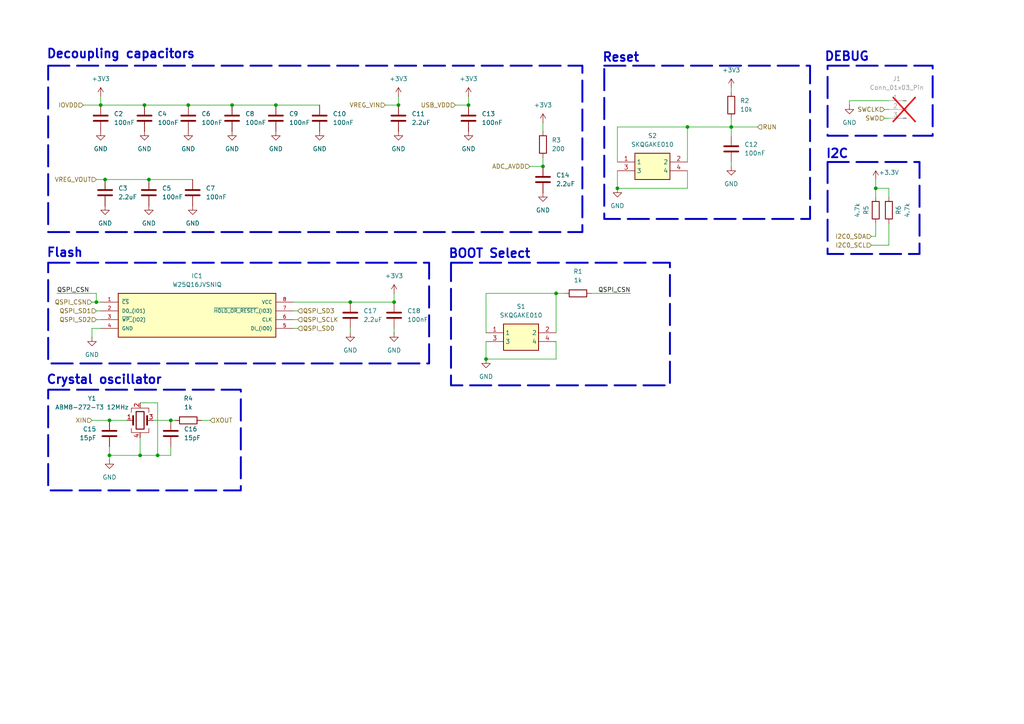
<source format=kicad_sch>
(kicad_sch (version 20231120) (generator "eeschema") (generator_version "8.0")
  (paper "A4")
  (title_block (title "RP2040_External_Peripherals") (date "2025-09-05") (rev "V0.1") (company "Drag0th"))
  (lib_symbols
    (symbol "Connector:Conn_01x03_Pin" (pin_names (offset 1.016) hide)
      (property "Reference" "J" (at 0 5.08 0))
      (property "Value" "Conn_01x03_Pin" (at 0 -5.08 0))
      (symbol "Conn_01x03_Pin_1_1"
        (polyline (pts (xy 1.27 -2.54) (xy 0.8636 -2.54)) (stroke (width 0.1524)))
        (polyline (pts (xy 1.27 0) (xy 0.8636 0)) (stroke (width 0.1524)))
        (polyline (pts (xy 1.27 2.54) (xy 0.8636 2.54)) (stroke (width 0.1524)))
        (rectangle (start 0.8636 -2.413) (end 0 -2.667) (stroke (width 0.1524)) (fill (type outline)))
        (rectangle (start 0.8636 0.127) (end 0 -0.127) (stroke (width 0.1524)) (fill (type outline)))
        (rectangle (start 0.8636 2.667) (end 0 2.413) (stroke (width 0.1524)) (fill (type outline)))
        (pin passive line (at 5.08 2.54 180) (length 3.81) (name "Pin_1") (number "1"))
        (pin passive line (at 5.08 0 180) (length 3.81) (name "Pin_2") (number "2"))
        (pin passive line (at 5.08 -2.54 180) (length 3.81) (name "Pin_3") (number "3"))
      )
    )
    (symbol "Device:C" (pin_numbers hide) (pin_names (offset 0.254))
      (property "Reference" "C" (at 0.635 2.54 0))
      (property "Value" "C" (at 0.635 -2.54 0))
      (symbol "C_0_1"
        (polyline (pts (xy -2.032 -0.762) (xy 2.032 -0.762)) (stroke (width 0.508)))
        (polyline (pts (xy -2.032 0.762) (xy 2.032 0.762)) (stroke (width 0.508)))
      )
      (symbol "C_1_1"
        (pin passive line (at 0 3.81 270) (length 2.794) (name "~") (number "1"))
        (pin passive line (at 0 -3.81 90) (length 2.794) (name "~") (number "2"))
      )
    )
    (symbol "Device:Crystal_GND24" (pin_names (offset 1.016) hide)
      (property "Reference" "Y" (at 3.175 5.08 0))
      (property "Value" "Crystal_GND24" (at 3.175 3.175 0))
      (symbol "Crystal_GND24_0_1"
        (rectangle (start -1.143 2.54) (end 1.143 -2.54) (stroke (width 0.3048)))
        (polyline (pts (xy -2.54 0) (xy -2.032 0)))
        (polyline (pts (xy -2.032 -1.27) (xy -2.032 1.27)) (stroke (width 0.508)))
        (polyline (pts (xy 0 -3.81) (xy 0 -3.556)))
        (polyline (pts (xy 0 3.556) (xy 0 3.81)))
        (polyline (pts (xy 2.032 -1.27) (xy 2.032 1.27)) (stroke (width 0.508)))
        (polyline (pts (xy 2.032 0) (xy 2.54 0)))
        (polyline (pts (xy -2.54 -2.286) (xy -2.54 -3.556) (xy 2.54 -3.556) (xy 2.54 -2.286)))
        (polyline (pts (xy -2.54 2.286) (xy -2.54 3.556) (xy 2.54 3.556) (xy 2.54 2.286)))
      )
      (symbol "Crystal_GND24_1_1"
        (pin passive line (at -3.81 0 0) (length 1.27) (name "1") (number "1"))
        (pin passive line (at 0 5.08 270) (length 1.27) (name "2") (number "2"))
        (pin passive line (at 3.81 0 180) (length 1.27) (name "3") (number "3"))
        (pin passive line (at 0 -5.08 90) (length 1.27) (name "4") (number "4"))
      )
    )
    (symbol "Device:R" (pin_numbers hide) (pin_names (offset 0))
      (property "Reference" "R" (at 2.032 0 90))
      (property "Value" "R" (at 0 0 90))
      (symbol "R_0_1"
        (rectangle (start -1.016 -2.54) (end 1.016 2.54) (stroke (width 0.254)))
      )
      (symbol "R_1_1"
        (pin passive line (at 0 3.81 270) (length 1.27) (name "~") (number "1"))
        (pin passive line (at 0 -3.81 90) (length 1.27) (name "~") (number "2"))
      )
    )
    (symbol "KSZ_KiCad_Symbol_Library:SKQGAKE010"
      (property "Reference" "S" (at 16.51 7.62 0))
      (property "Value" "SKQGAKE010" (at 16.51 5.08 0))
      (symbol "SKQGAKE010_1_1"
        (rectangle (start 5.08 2.54) (end 15.24 -5.08) (stroke (width 0.254)) (fill (type background)))
        (pin passive line (at 0 0 0) (length 5.08) (name "1") (number "1"))
        (pin passive line (at 20.32 0 180) (length 5.08) (name "2") (number "2"))
        (pin passive line (at 0 -2.54 0) (length 5.08) (name "3") (number "3"))
        (pin passive line (at 20.32 -2.54 180) (length 5.08) (name "4") (number "4"))
      )
    )
    (symbol "KSZ_KiCad_Symbol_Library:W25Q16JVSNIQ" (pin_names (offset 1.016))
      (property "Reference" "IC" (at 52.07 7.62 0))
      (property "Value" "W25Q16JVSNIQ" (at 52.07 5.08 0))
      (symbol "W25Q16JVSNIQ_0_0"
        (rectangle (start 5.08 -10.16) (end 50.8 2.54) (stroke (width 0.254)) (fill (type background)))
        (pin bidirectional line (at 0 0 0) (length 5.08) (name "~{CS}") (number "1"))
        (pin bidirectional line (at 0 -2.54 0) (length 5.08) (name "DO_(IO1)") (number "2"))
        (pin bidirectional line (at 0 -5.08 0) (length 5.08) (name "~{WP_}(IO2)") (number "3"))
        (pin bidirectional line (at 0 -7.62 0) (length 5.08) (name "GND") (number "4"))
        (pin bidirectional line (at 55.88 -7.62 180) (length 5.08) (name "DI_(IO0)") (number "5"))
        (pin bidirectional line (at 55.88 -5.08 180) (length 5.08) (name "CLK") (number "6"))
        (pin bidirectional line (at 55.88 -2.54 180) (length 5.08) (name "~{HOLD_OR_}~{RESET_}(IO3)") (number "7"))
        (pin bidirectional line (at 55.88 0 180) (length 5.08) (name "VCC") (number "8"))
      )
    )
    (symbol "power:+3.3V" (power) (pin_numbers hide) (pin_names (offset 0) hide)
      (property "Value" "+3.3V" (at 0 3.556 0))
      (symbol "+3.3V_0_1"
        (polyline (pts (xy -0.762 1.27) (xy 0 2.54)))
        (polyline (pts (xy 0 0) (xy 0 2.54)))
        (polyline (pts (xy 0 2.54) (xy 0.762 1.27)))
      )
      (symbol "+3.3V_1_1"
        (pin power_in line (at 0 0 90) (length 0) (name "~") (number "1"))
      )
    )
    (symbol "power:+3V3" (power) (pin_numbers hide) (pin_names (offset 0) hide)
      (property "Value" "+3V3" (at 0 3.556 0))
      (symbol "+3V3_0_1"
        (polyline (pts (xy -0.762 1.27) (xy 0 2.54)))
        (polyline (pts (xy 0 0) (xy 0 2.54)))
        (polyline (pts (xy 0 2.54) (xy 0.762 1.27)))
      )
      (symbol "+3V3_1_1"
        (pin power_in line (at 0 0 90) (length 0) (name "~") (number "1"))
      )
    )
    (symbol "power:GND" (power) (pin_numbers hide) (pin_names (offset 0) hide)
      (property "Value" "GND" (at 0 -3.81 0))
      (symbol "GND_0_1"
        (polyline (pts (xy 0 0) (xy 0 -1.27) (xy 1.27 -1.27) (xy 0 -2.54) (xy -1.27 -1.27) (xy 0 -1.27)))
      )
      (symbol "GND_1_1"
        (pin power_in line (at 0 0 270) (length 0) (name "~") (number "1"))
      )
    )
  )
  (junction (at 45.72 132.08))
  (junction (at 212.09 36.83))
  (junction (at 114.3 87.63))
  (junction (at 67.31 30.48))
  (junction (at 27.94 87.63))
  (junction (at 30.48 52.07))
  (junction (at 40.64 132.08))
  (junction (at 254 54.61))
  (junction (at 49.53 121.92))
  (junction (at 199.39 36.83))
  (junction (at 161.29 85.09))
  (junction (at 140.97 104.14))
  (junction (at 43.18 52.07))
  (junction (at 31.75 132.08))
  (junction (at 115.57 30.48))
  (junction (at 157.48 48.26))
  (junction (at 31.75 121.92))
  (junction (at 135.89 30.48))
  (junction (at 80.01 30.48))
  (junction (at 54.61 30.48))
  (junction (at 29.21 30.48))
  (junction (at 179.07 54.61))
  (junction (at 101.6 87.63))
  (junction (at 41.91 30.48))
  (wire (pts (xy 31.75 132.08) (xy 31.75 129.54)))
  (wire (pts (xy 153.67 48.26) (xy 157.48 48.26)))
  (wire (pts (xy 140.97 96.52) (xy 140.97 85.09)))
  (wire (pts (xy 212.09 36.83) (xy 212.09 39.37)))
  (wire (pts (xy 135.89 27.94) (xy 135.89 30.48)))
  (wire (pts (xy 140.97 99.06) (xy 140.97 104.14)))
  (wire (pts (xy 254 54.61) (xy 254 57.15)))
  (wire (pts (xy 111.76 30.48) (xy 115.57 30.48)))
  (wire (pts (xy 80.01 30.48) (xy 92.71 30.48)))
  (wire (pts (xy 161.29 104.14) (xy 161.29 99.06)))
  (wire (pts (xy 29.21 95.25) (xy 26.67 95.25)))
  (wire (pts (xy 157.48 45.72) (xy 157.48 48.26)))
  (wire (pts (xy 16.51 85.09) (xy 27.94 85.09)))
  (wire (pts (xy 140.97 104.14) (xy 161.29 104.14)))
  (wire (pts (xy 30.48 52.07) (xy 43.18 52.07)))
  (wire (pts (xy 27.94 52.07) (xy 30.48 52.07)))
  (wire (pts (xy 101.6 95.25) (xy 101.6 96.52)))
  (wire (pts (xy 171.45 85.09) (xy 182.88 85.09)))
  (wire (pts (xy 199.39 54.61) (xy 199.39 49.53)))
  (wire (pts (xy 54.61 30.48) (xy 67.31 30.48)))
  (wire (pts (xy 254 52.07) (xy 254 54.61)))
  (wire (pts (xy 161.29 85.09) (xy 163.83 85.09)))
  (wire (pts (xy 257.81 54.61) (xy 254 54.61)))
  (wire (pts (xy 132.08 30.48) (xy 135.89 30.48)))
  (wire (pts (xy 101.6 87.63) (xy 114.3 87.63)))
  (wire (pts (xy 85.09 92.71) (xy 86.36 92.71)))
  (wire (pts (xy 140.97 85.09) (xy 161.29 85.09)))
  (wire (pts (xy 212.09 34.29) (xy 212.09 36.83)))
  (wire (pts (xy 85.09 87.63) (xy 101.6 87.63)))
  (wire (pts (xy 31.75 133.35) (xy 31.75 132.08)))
  (wire (pts (xy 256.54 34.29) (xy 257.81 34.29)))
  (wire (pts (xy 40.64 116.84) (xy 45.72 116.84)))
  (wire (pts (xy 40.64 132.08) (xy 40.64 127)))
  (wire (pts (xy 26.67 87.63) (xy 27.94 87.63)))
  (wire (pts (xy 199.39 36.83) (xy 199.39 46.99)))
  (wire (pts (xy 212.09 36.83) (xy 219.71 36.83)))
  (wire (pts (xy 31.75 132.08) (xy 40.64 132.08)))
  (wire (pts (xy 199.39 36.83) (xy 212.09 36.83)))
  (wire (pts (xy 114.3 85.09) (xy 114.3 87.63)))
  (wire (pts (xy 31.75 121.92) (xy 36.83 121.92)))
  (wire (pts (xy 254 68.58) (xy 254 64.77)))
  (wire (pts (xy 252.73 68.58) (xy 254 68.58)))
  (wire (pts (xy 67.31 30.48) (xy 80.01 30.48)))
  (wire (pts (xy 24.13 30.48) (xy 29.21 30.48)))
  (wire (pts (xy 27.94 87.63) (xy 29.21 87.63)))
  (wire (pts (xy 85.09 95.25) (xy 86.36 95.25)))
  (wire (pts (xy 41.91 30.48) (xy 54.61 30.48)))
  (wire (pts (xy 58.42 121.92) (xy 60.96 121.92)))
  (wire (pts (xy 27.94 90.17) (xy 29.21 90.17)))
  (wire (pts (xy 44.45 121.92) (xy 49.53 121.92)))
  (wire (pts (xy 179.07 46.99) (xy 179.07 36.83)))
  (wire (pts (xy 115.57 27.94) (xy 115.57 30.48)))
  (wire (pts (xy 212.09 46.99) (xy 212.09 48.26)))
  (wire (pts (xy 40.64 132.08) (xy 45.72 132.08)))
  (wire (pts (xy 179.07 49.53) (xy 179.07 54.61)))
  (wire (pts (xy 49.53 132.08) (xy 49.53 129.54)))
  (wire (pts (xy 49.53 121.92) (xy 50.8 121.92)))
  (wire (pts (xy 179.07 54.61) (xy 199.39 54.61)))
  (wire (pts (xy 27.94 92.71) (xy 29.21 92.71)))
  (wire (pts (xy 45.72 116.84) (xy 45.72 132.08)))
  (wire (pts (xy 179.07 36.83) (xy 199.39 36.83)))
  (wire (pts (xy 27.94 87.63) (xy 27.94 85.09)))
  (wire (pts (xy 157.48 35.56) (xy 157.48 38.1)))
  (wire (pts (xy 29.21 27.94) (xy 29.21 30.48)))
  (wire (pts (xy 85.09 90.17) (xy 86.36 90.17)))
  (wire (pts (xy 212.09 25.4) (xy 212.09 26.67)))
  (wire (pts (xy 257.81 64.77) (xy 257.81 71.12)))
  (wire (pts (xy 114.3 95.25) (xy 114.3 96.52)))
  (wire (pts (xy 246.38 29.21) (xy 246.38 30.48)))
  (wire (pts (xy 252.73 71.12) (xy 257.81 71.12)))
  (wire (pts (xy 26.67 95.25) (xy 26.67 97.79)))
  (wire (pts (xy 257.81 57.15) (xy 257.81 54.61)))
  (wire (pts (xy 45.72 132.08) (xy 49.53 132.08)))
  (wire (pts (xy 246.38 29.21) (xy 257.81 29.21)))
  (wire (pts (xy 29.21 30.48) (xy 41.91 30.48)))
  (wire (pts (xy 26.67 121.92) (xy 31.75 121.92)))
  (wire (pts (xy 43.18 52.07) (xy 55.88 52.07)))
  (wire (pts (xy 256.54 31.75) (xy 257.81 31.75)))
  (wire (pts (xy 161.29 85.09) (xy 161.29 96.52)))
  (rectangle (start 13.97 76.2) (end 124.46 105.41) (stroke (width 0.5588) (type dash)))
  (rectangle (start 240.03 19.05) (end 270.51 39.37) (stroke (width 0.5588) (type dash)))
  (rectangle (start 13.97 113.03) (end 69.85 142.24) (stroke (width 0.5588) (type dash)))
  (rectangle (start 175.26 19.05) (end 234.95 63.5) (stroke (width 0.5588) (type dash)))
  (rectangle (start 240.03 46.99) (end 266.7 73.66) (stroke (width 0.5588) (type dash)))
  (rectangle (start 13.97 19.05) (end 168.91 67.31) (stroke (width 0.5588) (type dash)))
  (rectangle (start 130.81 76.2) (end 194.31 111.76) (stroke (width 0.5588) (type dash)))
  (text "Crystal oscillator\n" (at 30.226 110.236 0) (effects (font (size 2.54 2.54) (thickness 0.508) (bold yes))))
  (text "DEBUG" (at 245.618 16.51 0) (effects (font (size 2.54 2.54) (thickness 0.508) (bold yes))))
  (text "Decoupling capacitors" (at 35.052 15.748 0) (effects (font (size 2.54 2.54) (thickness 0.508) (bold yes))))
  (text "BOOT Select" (at 141.986 73.66 0) (effects (font (size 2.54 2.54) (thickness 0.508) (bold yes))))
  (text "I2C" (at 242.824 44.704 0) (effects (font (size 2.54 2.54) (thickness 0.508) (bold yes))))
  (text "Reset" (at 180.086 16.764 0) (effects (font (size 2.54 2.54) (thickness 0.508) (bold yes))))
  (text "Flash" (at 18.796 73.406 0) (effects (font (size 2.54 2.54) (thickness 0.508) (bold yes))))
  (label "QSPI_CSN" (at 16.51 85.09 0))
  (label "QSPI_CSN" (at 182.88 85.09 180))
  (hierarchical_label "XOUT" (shape input) (at 60.96 121.92 0))
  (hierarchical_label "QSPI_SD0" (shape input) (at 86.36 95.25 0))
  (hierarchical_label "QSPI_SD3" (shape input) (at 86.36 90.17 0))
  (hierarchical_label "VREG_VIN" (shape input) (at 111.76 30.48 180))
  (hierarchical_label "QSPI_SCLK" (shape input) (at 86.36 92.71 0))
  (hierarchical_label "SWCLK" (shape input) (at 256.54 31.75 180))
  (hierarchical_label "QSPI_CSN" (shape input) (at 26.67 87.63 180))
  (hierarchical_label "I2C0_SCL" (shape input) (at 252.73 71.12 180))
  (hierarchical_label "USB_VDD" (shape input) (at 132.08 30.48 180))
  (hierarchical_label "SWD" (shape input) (at 256.54 34.29 180))
  (hierarchical_label "XIN" (shape input) (at 26.67 121.92 180))
  (hierarchical_label "RUN" (shape input) (at 219.71 36.83 0))
  (hierarchical_label "ADC_AVDD" (shape input) (at 153.67 48.26 180))
  (hierarchical_label "VREG_VOUT" (shape input) (at 27.94 52.07 180))
  (hierarchical_label "QSPI_SD2" (shape input) (at 27.94 92.71 180))
  (hierarchical_label "IOVDD" (shape input) (at 24.13 30.48 180))
  (hierarchical_label "QSPI_SD1" (shape input) (at 27.94 90.17 180))
  (hierarchical_label "I2C0_SDA" (shape input) (at 252.73 68.58 180))
  (symbol (lib_id "Device:C") (at 80.01 34.29 0) (unit 1)
    (property "Reference" "C9" (at 83.82 33.0199 0) (effects (justify left)))
    (property "Value" "100nF" (at 83.82 35.5599 0) (effects (justify left)))
    (property "Footprint" "Capacitor_SMD:C_0603_1608Metric_Pad1.08x0.95mm_HandSolder" (effects (hide yes)))
    (property "Description" "Unpolarized capacitor" (effects (hide yes)))
  )
  (symbol (lib_id "Device:C") (at 49.53 125.73 0) (unit 1)
    (property "Reference" "C16" (at 53.34 124.4599 0) (effects (justify left)))
    (property "Value" "15pF" (at 53.34 126.9999 0) (effects (justify left)))
    (property "Footprint" "Capacitor_SMD:C_0603_1608Metric_Pad1.08x0.95mm_HandSolder" (effects (hide yes)))
    (property "Description" "Unpolarized capacitor" (effects (hide yes)))
  )
  (symbol (lib_id "KSZ_KiCad_Symbol_Library:W25Q16JVSNIQ") (at 29.21 87.63 0) (unit 1)
    (property "Reference" "IC1" (at 57.15 80.01 0))
    (property "Value" "W25Q16JVSNIQ" (at 57.15 82.55 0))
    (property "Footprint" "KSZ_KiCad_Footprint_Library:SOIC127P600X175-8N" (effects (hide yes)))
    (property "Description" "NOR Flash spiFlash, 3V, 16M-bit, 4Kb Uniform Sector" (effects (hide yes)))
    (property "MANUFACTURER_NAME" "Winbond" (effects (hide yes)))
    (property "MF" "Winbond Electronics" (effects (hide yes)))
    (property "MOUSER_PRICE-STOCK" "https://www.mouser.co.uk/ProductDetail/Winbond/W25Q16JVSNIQ?qs=qSfuJ%252Bfl%2Fd5tzEnNt99V4A%3D%3D" (effects (hide yes)))
    (property "MOUSER_PART_NUMBER" "454-W25Q16JVSNIQ" (effects (hide yes)))
    (property "Price" "None" (effects (hide yes)))
    (property "Package" "SOIC-8 Winbond" (effects (hide yes)))
    (property "Check_prices" "https://www.snapeda.com/parts/W25Q16JVSNIQ/Winbond/view-part/?ref=eda" (effects (hide yes)))
    (property "HEIGHT" "1.75mm" (effects (hide yes)))
    (property "SnapEDA_Link" "https://www.snapeda.com/parts/W25Q16JVSNIQ/Winbond/view-part/?ref=snap" (effects (hide yes)))
    (property "MP" "W25Q16JVSNIQ" (effects (hide yes)))
    (property "Description_1" "\n                        \n                            FLASH - NOR Memory IC 16Mb (2M x 8) SPI - Quad I/O 133 MHz 8-SOIC\n                        \n" (effects (hide yes)))
    (property "Availability" "In Stock" (effects (hide yes)))
    (property "MANUFACTURER_PART_NUMBER" "W25Q16JVSNIQ" (effects (hide yes)))
  )
  (symbol (lib_id "Device:R") (at 167.64 85.09 270) (unit 1)
    (property "Reference" "R1" (at 167.64 78.74 90))
    (property "Value" "1k" (at 167.64 81.28 90))
    (property "Footprint" "Resistor_SMD:R_0603_1608Metric_Pad0.98x0.95mm_HandSolder" (effects (hide yes)))
    (property "Description" "Resistor" (effects (hide yes)))
  )
  (symbol (lib_id "power:GND") (at 41.91 38.1 0) (unit 1)
    (property "Reference" "#PWR04" (effects (hide yes)))
    (property "Value" "GND" (at 41.91 43.18 0))
    (property "Description" "Power symbol creates a global label with name \"GND\" , ground" (effects (hide yes)))
  )
  (symbol (lib_id "power:GND") (at 246.38 30.48 0) (unit 1)
    (property "Reference" "#PWR041" (effects (hide yes)))
    (property "Value" "GND" (at 246.38 35.56 0))
    (property "Description" "Power symbol creates a global label with name \"GND\" , ground" (effects (hide yes)))
  )
  (symbol (lib_id "power:+3V3") (at 114.3 85.09 0) (unit 1)
    (property "Reference" "#PWR032" (effects (hide yes)))
    (property "Value" "+3V3" (at 114.3 80.01 0))
    (property "Description" "Power symbol creates a global label with name \"+3V3\"" (effects (hide yes)))
  )
  (symbol (lib_id "Device:C") (at 55.88 55.88 0) (unit 1)
    (property "Reference" "C7" (at 59.69 54.6099 0) (effects (justify left)))
    (property "Value" "100nF" (at 59.69 57.1499 0) (effects (justify left)))
    (property "Footprint" "Capacitor_SMD:C_0603_1608Metric_Pad1.08x0.95mm_HandSolder" (effects (hide yes)))
    (property "Description" "Unpolarized capacitor" (effects (hide yes)))
  )
  (symbol (lib_id "Device:C") (at 115.57 34.29 0) (unit 1)
    (property "Reference" "C11" (at 119.38 33.0199 0) (effects (justify left)))
    (property "Value" "2.2uF" (at 119.38 35.5599 0) (effects (justify left)))
    (property "Footprint" "Capacitor_SMD:C_0603_1608Metric_Pad1.08x0.95mm_HandSolder" (effects (hide yes)))
    (property "Description" "Unpolarized capacitor" (effects (hide yes)))
  )
  (symbol (lib_id "Connector:Conn_01x03_Pin") (at 262.89 31.75 0) (mirror y) (unit 1) (dnp yes)
    (property "Reference" "J1" (at 260.096 22.86 0))
    (property "Value" "Conn_01x03_Pin" (at 260.096 25.4 0))
    (property "Footprint" "Connector_PinHeader_2.54mm:PinHeader_1x03_P2.54mm_Vertical" (effects (hide yes)))
    (property "Description" "Generic connector, single row, 01x03, script generated" (effects (hide yes)))
  )
  (symbol (lib_id "power:GND") (at 212.09 48.26 0) (unit 1)
    (property "Reference" "#PWR038" (effects (hide yes)))
    (property "Value" "GND" (at 212.09 53.34 0))
    (property "Description" "Power symbol creates a global label with name \"GND\" , ground" (effects (hide yes)))
  )
  (symbol (lib_id "power:GND") (at 140.97 104.14 0) (unit 1)
    (property "Reference" "#PWR035" (effects (hide yes)))
    (property "Value" "GND" (at 140.97 109.22 0))
    (property "Description" "Power symbol creates a global label with name \"GND\" , ground" (effects (hide yes)))
  )
  (symbol (lib_id "Device:C") (at 114.3 91.44 0) (unit 1)
    (property "Reference" "C18" (at 118.11 90.1699 0) (effects (justify left)))
    (property "Value" "100nF" (at 118.11 92.7099 0) (effects (justify left)))
    (property "Footprint" "Capacitor_SMD:C_0603_1608Metric_Pad1.08x0.95mm_HandSolder" (effects (hide yes)))
    (property "Description" "Unpolarized capacitor" (effects (hide yes)))
  )
  (symbol (lib_id "Device:Crystal_GND24") (at 40.64 121.92 0) (unit 1)
    (property "Reference" "Y1" (at 26.67 115.57 0))
    (property "Value" "ABM8-272-T3 12MHz" (at 26.67 118.11 0))
    (property "Footprint" "Crystal:Crystal_SMD_3225-4Pin_3.2x2.5mm_HandSoldering" (effects (hide yes)))
    (property "Description" "Four pin crystal, GND on pins 2 and 4" (effects (hide yes)))
  )
  (symbol (lib_id "power:GND") (at 115.57 38.1 0) (unit 1)
    (property "Reference" "#PWR013" (effects (hide yes)))
    (property "Value" "GND" (at 115.57 43.18 0))
    (property "Description" "Power symbol creates a global label with name \"GND\" , ground" (effects (hide yes)))
  )
  (symbol (lib_id "power:GND") (at 43.18 59.69 0) (unit 1)
    (property "Reference" "#PWR05" (effects (hide yes)))
    (property "Value" "GND" (at 43.18 64.77 0))
    (property "Description" "Power symbol creates a global label with name \"GND\" , ground" (effects (hide yes)))
  )
  (symbol (lib_id "Device:C") (at 101.6 91.44 0) (unit 1)
    (property "Reference" "C17" (at 105.41 90.1699 0) (effects (justify left)))
    (property "Value" "2.2uF" (at 105.41 92.7099 0) (effects (justify left)))
    (property "Footprint" "Capacitor_SMD:C_0603_1608Metric_Pad1.08x0.95mm_HandSolder" (effects (hide yes)))
    (property "Description" "Unpolarized capacitor" (effects (hide yes)))
  )
  (symbol (lib_id "power:GND") (at 29.21 38.1 0) (unit 1)
    (property "Reference" "#PWR02" (effects (hide yes)))
    (property "Value" "GND" (at 29.21 43.18 0))
    (property "Description" "Power symbol creates a global label with name \"GND\" , ground" (effects (hide yes)))
  )
  (symbol (lib_id "power:GND") (at 30.48 59.69 0) (unit 1)
    (property "Reference" "#PWR03" (effects (hide yes)))
    (property "Value" "GND" (at 30.48 64.77 0))
    (property "Description" "Power symbol creates a global label with name \"GND\" , ground" (effects (hide yes)))
  )
  (symbol (lib_id "power:+3V3") (at 115.57 27.94 0) (unit 1)
    (property "Reference" "#PWR012" (effects (hide yes)))
    (property "Value" "+3V3" (at 115.57 22.86 0))
    (property "Description" "Power symbol creates a global label with name \"+3V3\"" (effects (hide yes)))
  )
  (symbol (lib_id "power:+3V3") (at 212.09 25.4 0) (unit 1)
    (property "Reference" "#PWR037" (effects (hide yes)))
    (property "Value" "+3V3" (at 212.09 20.32 0))
    (property "Description" "Power symbol creates a global label with name \"+3V3\"" (effects (hide yes)))
  )
  (symbol (lib_id "power:GND") (at 179.07 54.61 0) (unit 1)
    (property "Reference" "#PWR036" (effects (hide yes)))
    (property "Value" "GND" (at 179.07 59.69 0))
    (property "Description" "Power symbol creates a global label with name \"GND\" , ground" (effects (hide yes)))
  )
  (symbol (lib_id "Device:C") (at 157.48 52.07 0) (unit 1)
    (property "Reference" "C14" (at 161.29 50.7999 0) (effects (justify left)))
    (property "Value" "2.2uF" (at 161.29 53.3399 0) (effects (justify left)))
    (property "Footprint" "Capacitor_SMD:C_0603_1608Metric_Pad1.08x0.95mm_HandSolder" (effects (hide yes)))
    (property "Description" "Unpolarized capacitor" (effects (hide yes)))
  )
  (symbol (lib_id "power:GND") (at 67.31 38.1 0) (unit 1)
    (property "Reference" "#PWR09" (effects (hide yes)))
    (property "Value" "GND" (at 67.31 43.18 0))
    (property "Description" "Power symbol creates a global label with name \"GND\" , ground" (effects (hide yes)))
  )
  (symbol (lib_id "KSZ_KiCad_Symbol_Library:SKQGAKE010") (at 140.97 96.52 0) (unit 1)
    (property "Reference" "S1" (at 151.13 88.9 0))
    (property "Value" "SKQGAKE010" (at 151.13 91.44 0))
    (property "Footprint" "KSZ_KiCad_Footprint_Library:SKQGAKE010" (effects (hide yes)))
    (property "Description" "Tact switch,SMT,SPST,with stem,3.43N o/f Stem Tactile Switch, SPST-NO 50 mA 1.5mm" (effects (hide yes)))
    (property "Mouser Part Number" "688-SKQGAKE010" (effects (hide yes)))
    (property "Mouser Price/Stock" "https://www.mouser.co.uk/ProductDetail/Alps-Alpine/SKQGAKE010?qs=6EGMNY9ZYDT%2FL8q647gzYA%3D%3D" (effects (hide yes)))
    (property "Manufacturer_Name" "ALPS Electric" (effects (hide yes)))
    (property "Manufacturer_Part_Number" "SKQGAKE010" (effects (hide yes)))
  )
  (symbol (lib_id "power:GND") (at 157.48 55.88 0) (unit 1)
    (property "Reference" "#PWR018" (effects (hide yes)))
    (property "Value" "GND" (at 157.48 60.96 0))
    (property "Description" "Power symbol creates a global label with name \"GND\" , ground" (effects (hide yes)))
  )
  (symbol (lib_id "Device:R") (at 254 60.96 0) (unit 1)
    (property "Reference" "R5" (at 251.206 60.96 90))
    (property "Value" "4.7k" (at 248.666 60.96 90))
    (property "Footprint" "Resistor_SMD:R_0603_1608Metric_Pad0.98x0.95mm_HandSolder" (effects (hide yes)))
    (property "Description" "Resistor" (effects (hide yes)))
  )
  (symbol (lib_id "KSZ_KiCad_Symbol_Library:SKQGAKE010") (at 179.07 46.99 0) (unit 1)
    (property "Reference" "S2" (at 189.23 39.37 0))
    (property "Value" "SKQGAKE010" (at 189.23 41.91 0))
    (property "Footprint" "KSZ_KiCad_Footprint_Library:SKQGAKE010" (effects (hide yes)))
    (property "Description" "Tact switch,SMT,SPST,with stem,3.43N o/f Stem Tactile Switch, SPST-NO 50 mA 1.5mm" (effects (hide yes)))
    (property "Mouser Part Number" "688-SKQGAKE010" (effects (hide yes)))
    (property "Mouser Price/Stock" "https://www.mouser.co.uk/ProductDetail/Alps-Alpine/SKQGAKE010?qs=6EGMNY9ZYDT%2FL8q647gzYA%3D%3D" (effects (hide yes)))
    (property "Manufacturer_Name" "ALPS Electric" (effects (hide yes)))
    (property "Manufacturer_Part_Number" "SKQGAKE010" (effects (hide yes)))
  )
  (symbol (lib_id "power:+3.3V") (at 254 52.07 0) (unit 1)
    (property "Reference" "#PWR092" (effects (hide yes)))
    (property "Value" "+3.3V" (at 257.81 50.038 0))
    (property "Description" "Power symbol creates a global label with name \"+3.3V\"" (effects (hide yes)))
  )
  (symbol (lib_id "power:GND") (at 92.71 38.1 0) (unit 1)
    (property "Reference" "#PWR011" (effects (hide yes)))
    (property "Value" "GND" (at 92.71 43.18 0))
    (property "Description" "Power symbol creates a global label with name \"GND\" , ground" (effects (hide yes)))
  )
  (symbol (lib_id "Device:C") (at 67.31 34.29 0) (unit 1)
    (property "Reference" "C8" (at 71.12 33.0199 0) (effects (justify left)))
    (property "Value" "100nF" (at 71.12 35.5599 0) (effects (justify left)))
    (property "Footprint" "Capacitor_SMD:C_0603_1608Metric_Pad1.08x0.95mm_HandSolder" (effects (hide yes)))
    (property "Description" "Unpolarized capacitor" (effects (hide yes)))
  )
  (symbol (lib_id "power:+3V3") (at 157.48 35.56 0) (unit 1)
    (property "Reference" "#PWR016" (effects (hide yes)))
    (property "Value" "+3V3" (at 157.48 30.48 0))
    (property "Description" "Power symbol creates a global label with name \"+3V3\"" (effects (hide yes)))
  )
  (symbol (lib_id "Device:C") (at 92.71 34.29 0) (unit 1)
    (property "Reference" "C10" (at 96.52 33.0199 0) (effects (justify left)))
    (property "Value" "100nF" (at 96.52 35.5599 0) (effects (justify left)))
    (property "Footprint" "Capacitor_SMD:C_0603_1608Metric_Pad1.08x0.95mm_HandSolder" (effects (hide yes)))
    (property "Description" "Unpolarized capacitor" (effects (hide yes)))
  )
  (symbol (lib_id "Device:C") (at 212.09 43.18 0) (unit 1)
    (property "Reference" "C12" (at 215.9 41.9099 0) (effects (justify left)))
    (property "Value" "100nF" (at 215.9 44.4499 0) (effects (justify left)))
    (property "Footprint" "Capacitor_SMD:C_0603_1608Metric_Pad1.08x0.95mm_HandSolder" (effects (hide yes)))
    (property "Description" "Unpolarized capacitor" (effects (hide yes)))
  )
  (symbol (lib_id "Device:C") (at 30.48 55.88 0) (unit 1)
    (property "Reference" "C3" (at 34.29 54.6099 0) (effects (justify left)))
    (property "Value" "2.2uF" (at 34.29 57.1499 0) (effects (justify left)))
    (property "Footprint" "Capacitor_SMD:C_0603_1608Metric_Pad1.08x0.95mm_HandSolder" (effects (hide yes)))
    (property "Description" "Unpolarized capacitor" (effects (hide yes)))
  )
  (symbol (lib_id "power:GND") (at 54.61 38.1 0) (unit 1)
    (property "Reference" "#PWR06" (effects (hide yes)))
    (property "Value" "GND" (at 54.61 43.18 0))
    (property "Description" "Power symbol creates a global label with name \"GND\" , ground" (effects (hide yes)))
  )
  (symbol (lib_id "Device:R") (at 257.81 60.96 180) (unit 1)
    (property "Reference" "R6" (at 260.604 60.96 90))
    (property "Value" "4.7k" (at 263.144 60.96 90))
    (property "Footprint" "Resistor_SMD:R_0603_1608Metric_Pad0.98x0.95mm_HandSolder" (effects (hide yes)))
    (property "Description" "Resistor" (effects (hide yes)))
  )
  (symbol (lib_id "Device:C") (at 41.91 34.29 0) (unit 1)
    (property "Reference" "C4" (at 45.72 33.0199 0) (effects (justify left)))
    (property "Value" "100nF" (at 45.72 35.5599 0) (effects (justify left)))
    (property "Footprint" "Capacitor_SMD:C_0603_1608Metric_Pad1.08x0.95mm_HandSolder" (effects (hide yes)))
    (property "Description" "Unpolarized capacitor" (effects (hide yes)))
  )
  (symbol (lib_id "Device:C") (at 29.21 34.29 0) (unit 1)
    (property "Reference" "C2" (at 33.02 33.0199 0) (effects (justify left)))
    (property "Value" "100nF" (at 33.02 35.5599 0) (effects (justify left)))
    (property "Footprint" "Capacitor_SMD:C_0603_1608Metric_Pad1.08x0.95mm_HandSolder" (effects (hide yes)))
    (property "Description" "Unpolarized capacitor" (effects (hide yes)))
  )
  (symbol (lib_id "power:+3V3") (at 29.21 27.94 0) (unit 1)
    (property "Reference" "#PWR01" (effects (hide yes)))
    (property "Value" "+3V3" (at 29.21 22.86 0))
    (property "Description" "Power symbol creates a global label with name \"+3V3\"" (effects (hide yes)))
  )
  (symbol (lib_id "Device:C") (at 54.61 34.29 0) (unit 1)
    (property "Reference" "C6" (at 58.42 33.0199 0) (effects (justify left)))
    (property "Value" "100nF" (at 58.42 35.5599 0) (effects (justify left)))
    (property "Footprint" "Capacitor_SMD:C_0603_1608Metric_Pad1.08x0.95mm_HandSolder" (effects (hide yes)))
    (property "Description" "Unpolarized capacitor" (effects (hide yes)))
  )
  (symbol (lib_id "power:GND") (at 55.88 59.69 0) (unit 1)
    (property "Reference" "#PWR07" (effects (hide yes)))
    (property "Value" "GND" (at 55.88 64.77 0))
    (property "Description" "Power symbol creates a global label with name \"GND\" , ground" (effects (hide yes)))
  )
  (symbol (lib_id "power:GND") (at 80.01 38.1 0) (unit 1)
    (property "Reference" "#PWR010" (effects (hide yes)))
    (property "Value" "GND" (at 80.01 43.18 0))
    (property "Description" "Power symbol creates a global label with name \"GND\" , ground" (effects (hide yes)))
  )
  (symbol (lib_id "power:GND") (at 31.75 133.35 0) (unit 1)
    (property "Reference" "#PWR08" (effects (hide yes)))
    (property "Value" "GND" (at 31.75 138.43 0))
    (property "Description" "Power symbol creates a global label with name \"GND\" , ground" (effects (hide yes)))
  )
  (symbol (lib_id "Device:R") (at 212.09 30.48 180) (unit 1)
    (property "Reference" "R2" (at 214.63 29.2099 0) (effects (justify right)))
    (property "Value" "10k" (at 214.63 31.7499 0) (effects (justify right)))
    (property "Footprint" "Resistor_SMD:R_0603_1608Metric_Pad0.98x0.95mm_HandSolder" (effects (hide yes)))
    (property "Description" "Resistor" (effects (hide yes)))
  )
  (symbol (lib_id "Device:C") (at 43.18 55.88 0) (unit 1)
    (property "Reference" "C5" (at 46.99 54.6099 0) (effects (justify left)))
    (property "Value" "100nF" (at 46.99 57.1499 0) (effects (justify left)))
    (property "Footprint" "Capacitor_SMD:C_0603_1608Metric_Pad1.08x0.95mm_HandSolder" (effects (hide yes)))
    (property "Description" "Unpolarized capacitor" (effects (hide yes)))
  )
  (symbol (lib_id "Device:R") (at 157.48 41.91 180) (unit 1)
    (property "Reference" "R3" (at 160.02 40.6399 0) (effects (justify right)))
    (property "Value" "200" (at 160.02 43.1799 0) (effects (justify right)))
    (property "Footprint" "Resistor_SMD:R_0603_1608Metric_Pad0.98x0.95mm_HandSolder" (effects (hide yes)))
    (property "Description" "Resistor" (effects (hide yes)))
  )
  (symbol (lib_id "Device:C") (at 31.75 125.73 0) (mirror y) (unit 1)
    (property "Reference" "C15" (at 27.94 124.4599 0) (effects (justify left)))
    (property "Value" "15pF" (at 27.94 126.9999 0) (effects (justify left)))
    (property "Footprint" "Capacitor_SMD:C_0603_1608Metric_Pad1.08x0.95mm_HandSolder" (effects (hide yes)))
    (property "Description" "Unpolarized capacitor" (effects (hide yes)))
  )
  (symbol (lib_id "Device:C") (at 135.89 34.29 0) (unit 1)
    (property "Reference" "C13" (at 139.7 33.0199 0) (effects (justify left)))
    (property "Value" "100nF" (at 139.7 35.5599 0) (effects (justify left)))
    (property "Footprint" "Capacitor_SMD:C_0603_1608Metric_Pad1.08x0.95mm_HandSolder" (effects (hide yes)))
    (property "Description" "Unpolarized capacitor" (effects (hide yes)))
  )
  (symbol (lib_id "power:GND") (at 101.6 96.52 0) (unit 1)
    (property "Reference" "#PWR031" (effects (hide yes)))
    (property "Value" "GND" (at 101.6 101.6 0))
    (property "Description" "Power symbol creates a global label with name \"GND\" , ground" (effects (hide yes)))
  )
  (symbol (lib_id "power:+3V3") (at 135.89 27.94 0) (unit 1)
    (property "Reference" "#PWR014" (effects (hide yes)))
    (property "Value" "+3V3" (at 135.89 22.86 0))
    (property "Description" "Power symbol creates a global label with name \"+3V3\"" (effects (hide yes)))
  )
  (symbol (lib_id "power:GND") (at 26.67 97.79 0) (unit 1)
    (property "Reference" "#PWR030" (effects (hide yes)))
    (property "Value" "GND" (at 26.67 102.87 0))
    (property "Description" "Power symbol creates a global label with name \"GND\" , ground" (effects (hide yes)))
  )
  (symbol (lib_id "power:GND") (at 135.89 38.1 0) (unit 1)
    (property "Reference" "#PWR015" (effects (hide yes)))
    (property "Value" "GND" (at 135.89 43.18 0))
    (property "Description" "Power symbol creates a global label with name \"GND\" , ground" (effects (hide yes)))
  )
  (symbol (lib_id "Device:R") (at 54.61 121.92 90) (unit 1)
    (property "Reference" "R4" (at 54.61 115.57 90))
    (property "Value" "1k" (at 54.61 118.11 90))
    (property "Footprint" "Resistor_SMD:R_0603_1608Metric_Pad0.98x0.95mm_HandSolder" (effects (hide yes)))
    (property "Description" "Resistor" (effects (hide yes)))
  )
  (symbol (lib_id "power:GND") (at 114.3 96.52 0) (unit 1)
    (property "Reference" "#PWR033" (effects (hide yes)))
    (property "Value" "GND" (at 114.3 101.6 0))
    (property "Description" "Power symbol creates a global label with name \"GND\" , ground" (effects (hide yes)))
  )
)
</source>
